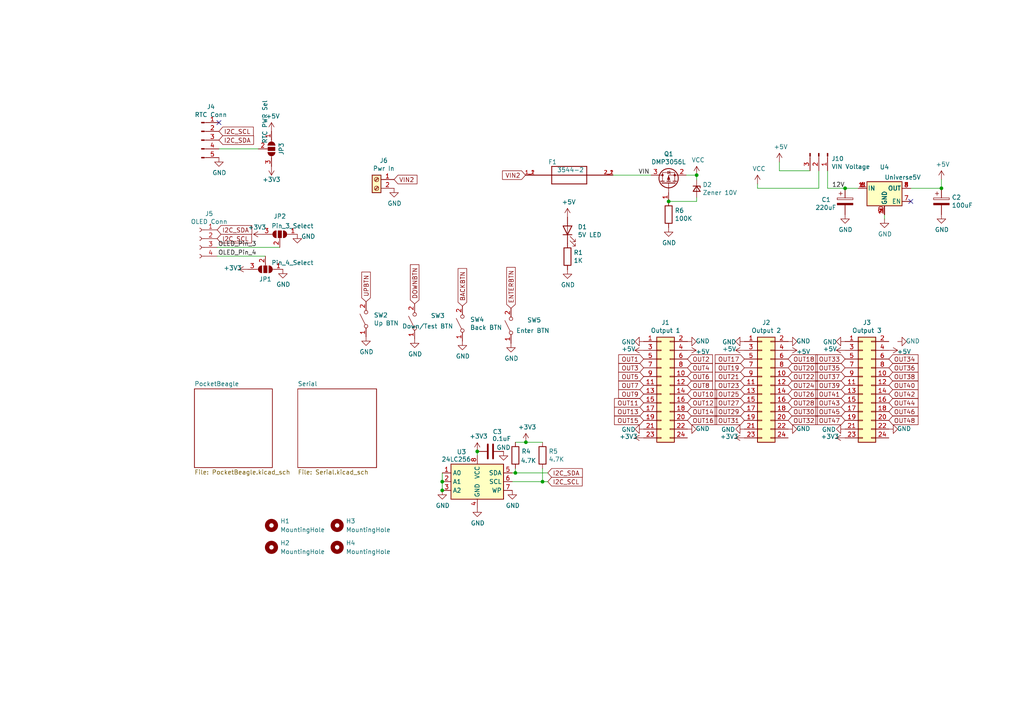
<source format=kicad_sch>
(kicad_sch (version 20211123) (generator eeschema)
  (paper "A4")
  (title_block (title "BBB 16 Expansion") (date "2022-03-11") (rev "v1") (company "Scott Hanson"))
  (lib_symbols
    (symbol "BBB_16-rescue:CP-Device" (pin_numbers hide) (pin_names (offset 0.254))
      (property "Reference" "C" (at 0.635 2.54 0))
      (property "Value" "CP-Device" (at 0.635 -2.54 0))
      (symbol "CP-Device_0_1"
        (rectangle (start -2.286 0.508) (end 2.286 1.016))
        (polyline (pts (xy -1.778 2.286) (xy -0.762 2.286)))
        (polyline (pts (xy -1.27 2.794) (xy -1.27 1.778)))
        (rectangle (start 2.286 -0.508) (end -2.286 -1.016) (fill (type outline)))
      )
      (symbol "CP-Device_1_1"
        (pin passive line (at 0 3.81 270) (length 2.794) (name "~") (number "1"))
        (pin passive line (at 0 -3.81 90) (length 2.794) (name "~") (number "2"))
      )
    )
    (symbol "Connector:Conn_01x03_Male" (pin_names (offset 1.016) hide)
      (property "Reference" "J" (at 0 5.08 0))
      (property "Value" "Conn_01x03_Male" (at 0 -5.08 0))
      (symbol "Conn_01x03_Male_1_1"
        (polyline (pts (xy 1.27 -2.54) (xy 0.8636 -2.54)) (stroke (width 0.1524)))
        (polyline (pts (xy 1.27 0) (xy 0.8636 0)) (stroke (width 0.1524)))
        (polyline (pts (xy 1.27 2.54) (xy 0.8636 2.54)) (stroke (width 0.1524)))
        (rectangle (start 0.8636 -2.413) (end 0 -2.667) (stroke (width 0.1524)) (fill (type outline)))
        (rectangle (start 0.8636 0.127) (end 0 -0.127) (stroke (width 0.1524)) (fill (type outline)))
        (rectangle (start 0.8636 2.667) (end 0 2.413) (stroke (width 0.1524)) (fill (type outline)))
        (pin passive line (at 5.08 2.54 180) (length 3.81) (name "Pin_1") (number "1"))
        (pin passive line (at 5.08 0 180) (length 3.81) (name "Pin_2") (number "2"))
        (pin passive line (at 5.08 -2.54 180) (length 3.81) (name "Pin_3") (number "3"))
      )
    )
    (symbol "Connector:Conn_01x04_Female" (pin_names (offset 1.016) hide)
      (property "Reference" "J" (at 0 5.08 0))
      (property "Value" "Conn_01x04_Female" (at 0 -7.62 0))
      (symbol "Conn_01x04_Female_1_1"
        (arc (start 0 -4.572) (mid -0.508 -5.08) (end 0 -5.588) (stroke (width 0.1524)))
        (arc (start 0 -2.032) (mid -0.508 -2.54) (end 0 -3.048) (stroke (width 0.1524)))
        (polyline (pts (xy -1.27 -5.08) (xy -0.508 -5.08)) (stroke (width 0.1524)))
        (polyline (pts (xy -1.27 -2.54) (xy -0.508 -2.54)) (stroke (width 0.1524)))
        (polyline (pts (xy -1.27 0) (xy -0.508 0)) (stroke (width 0.1524)))
        (polyline (pts (xy -1.27 2.54) (xy -0.508 2.54)) (stroke (width 0.1524)))
        (arc (start 0 0.508) (mid -0.508 0) (end 0 -0.508) (stroke (width 0.1524)))
        (arc (start 0 3.048) (mid -0.508 2.54) (end 0 2.032) (stroke (width 0.1524)))
        (pin passive line (at -5.08 2.54 0) (length 3.81) (name "Pin_1") (number "1"))
        (pin passive line (at -5.08 0 0) (length 3.81) (name "Pin_2") (number "2"))
        (pin passive line (at -5.08 -2.54 0) (length 3.81) (name "Pin_3") (number "3"))
        (pin passive line (at -5.08 -5.08 0) (length 3.81) (name "Pin_4") (number "4"))
      )
    )
    (symbol "Connector:Conn_01x05_Male" (pin_names (offset 1.016) hide)
      (property "Reference" "J" (at 0 7.62 0))
      (property "Value" "Conn_01x05_Male" (at 0 -7.62 0))
      (symbol "Conn_01x05_Male_1_1"
        (polyline (pts (xy 1.27 -5.08) (xy 0.8636 -5.08)) (stroke (width 0.1524)))
        (polyline (pts (xy 1.27 -2.54) (xy 0.8636 -2.54)) (stroke (width 0.1524)))
        (polyline (pts (xy 1.27 0) (xy 0.8636 0)) (stroke (width 0.1524)))
        (polyline (pts (xy 1.27 2.54) (xy 0.8636 2.54)) (stroke (width 0.1524)))
        (polyline (pts (xy 1.27 5.08) (xy 0.8636 5.08)) (stroke (width 0.1524)))
        (rectangle (start 0.8636 -4.953) (end 0 -5.207) (stroke (width 0.1524)) (fill (type outline)))
        (rectangle (start 0.8636 -2.413) (end 0 -2.667) (stroke (width 0.1524)) (fill (type outline)))
        (rectangle (start 0.8636 0.127) (end 0 -0.127) (stroke (width 0.1524)) (fill (type outline)))
        (rectangle (start 0.8636 2.667) (end 0 2.413) (stroke (width 0.1524)) (fill (type outline)))
        (rectangle (start 0.8636 5.207) (end 0 4.953) (stroke (width 0.1524)) (fill (type outline)))
        (pin passive line (at 5.08 5.08 180) (length 3.81) (name "Pin_1") (number "1"))
        (pin passive line (at 5.08 2.54 180) (length 3.81) (name "Pin_2") (number "2"))
        (pin passive line (at 5.08 0 180) (length 3.81) (name "Pin_3") (number "3"))
        (pin passive line (at 5.08 -2.54 180) (length 3.81) (name "Pin_4") (number "4"))
        (pin passive line (at 5.08 -5.08 180) (length 3.81) (name "Pin_5") (number "5"))
      )
    )
    (symbol "Connector:Screw_Terminal_01x02" (pin_names (offset 1.016) hide)
      (property "Reference" "J" (at 0 2.54 0))
      (property "Value" "Screw_Terminal_01x02" (at 0 -5.08 0))
      (symbol "Screw_Terminal_01x02_1_1"
        (rectangle (start -1.27 1.27) (end 1.27 -3.81) (stroke (width 0.254)) (fill (type background)))
        (circle (center 0 -2.54) (radius 0.635) (stroke (width 0.1524)))
        (polyline (pts (xy -0.5334 -2.2098) (xy 0.3302 -3.048)) (stroke (width 0.1524)))
        (polyline (pts (xy -0.5334 0.3302) (xy 0.3302 -0.508)) (stroke (width 0.1524)))
        (polyline (pts (xy -0.3556 -2.032) (xy 0.508 -2.8702)) (stroke (width 0.1524)))
        (polyline (pts (xy -0.3556 0.508) (xy 0.508 -0.3302)) (stroke (width 0.1524)))
        (circle (center 0 0) (radius 0.635) (stroke (width 0.1524)))
        (pin passive line (at -5.08 0 0) (length 3.81) (name "Pin_1") (number "1"))
        (pin passive line (at -5.08 -2.54 0) (length 3.81) (name "Pin_2") (number "2"))
      )
    )
    (symbol "Connector_Generic:Conn_02x12_Odd_Even" (pin_names (offset 1.016) hide)
      (property "Reference" "J" (at 1.27 15.24 0))
      (property "Value" "Conn_02x12_Odd_Even" (at 1.27 -17.78 0))
      (symbol "Conn_02x12_Odd_Even_1_1"
        (rectangle (start -1.27 -15.113) (end 0 -15.367) (stroke (width 0.1524)))
        (rectangle (start -1.27 -12.573) (end 0 -12.827) (stroke (width 0.1524)))
        (rectangle (start -1.27 -10.033) (end 0 -10.287) (stroke (width 0.1524)))
        (rectangle (start -1.27 -7.493) (end 0 -7.747) (stroke (width 0.1524)))
        (rectangle (start -1.27 -4.953) (end 0 -5.207) (stroke (width 0.1524)))
        (rectangle (start -1.27 -2.413) (end 0 -2.667) (stroke (width 0.1524)))
        (rectangle (start -1.27 0.127) (end 0 -0.127) (stroke (width 0.1524)))
        (rectangle (start -1.27 2.667) (end 0 2.413) (stroke (width 0.1524)))
        (rectangle (start -1.27 5.207) (end 0 4.953) (stroke (width 0.1524)))
        (rectangle (start -1.27 7.747) (end 0 7.493) (stroke (width 0.1524)))
        (rectangle (start -1.27 10.287) (end 0 10.033) (stroke (width 0.1524)))
        (rectangle (start -1.27 12.827) (end 0 12.573) (stroke (width 0.1524)))
        (rectangle (start -1.27 13.97) (end 3.81 -16.51) (stroke (width 0.254)) (fill (type background)))
        (rectangle (start 3.81 -15.113) (end 2.54 -15.367) (stroke (width 0.1524)))
        (rectangle (start 3.81 -12.573) (end 2.54 -12.827) (stroke (width 0.1524)))
        (rectangle (start 3.81 -10.033) (end 2.54 -10.287) (stroke (width 0.1524)))
        (rectangle (start 3.81 -7.493) (end 2.54 -7.747) (stroke (width 0.1524)))
        (rectangle (start 3.81 -4.953) (end 2.54 -5.207) (stroke (width 0.1524)))
        (rectangle (start 3.81 -2.413) (end 2.54 -2.667) (stroke (width 0.1524)))
        (rectangle (start 3.81 0.127) (end 2.54 -0.127) (stroke (width 0.1524)))
        (rectangle (start 3.81 2.667) (end 2.54 2.413) (stroke (width 0.1524)))
        (rectangle (start 3.81 5.207) (end 2.54 4.953) (stroke (width 0.1524)))
        (rectangle (start 3.81 7.747) (end 2.54 7.493) (stroke (width 0.1524)))
        (rectangle (start 3.81 10.287) (end 2.54 10.033) (stroke (width 0.1524)))
        (rectangle (start 3.81 12.827) (end 2.54 12.573) (stroke (width 0.1524)))
        (pin passive line (at -5.08 12.7 0) (length 3.81) (name "Pin_1") (number "1"))
        (pin passive line (at 7.62 2.54 180) (length 3.81) (name "Pin_10") (number "10"))
        (pin passive line (at -5.08 0 0) (length 3.81) (name "Pin_11") (number "11"))
        (pin passive line (at 7.62 0 180) (length 3.81) (name "Pin_12") (number "12"))
        (pin passive line (at -5.08 -2.54 0) (length 3.81) (name "Pin_13") (number "13"))
        (pin passive line (at 7.62 -2.54 180) (length 3.81) (name "Pin_14") (number "14"))
        (pin passive line (at -5.08 -5.08 0) (length 3.81) (name "Pin_15") (number "15"))
        (pin passive line (at 7.62 -5.08 180) (length 3.81) (name "Pin_16") (number "16"))
        (pin passive line (at -5.08 -7.62 0) (length 3.81) (name "Pin_17") (number "17"))
        (pin passive line (at 7.62 -7.62 180) (length 3.81) (name "Pin_18") (number "18"))
        (pin passive line (at -5.08 -10.16 0) (length 3.81) (name "Pin_19") (number "19"))
        (pin passive line (at 7.62 12.7 180) (length 3.81) (name "Pin_2") (number "2"))
        (pin passive line (at 7.62 -10.16 180) (length 3.81) (name "Pin_20") (number "20"))
        (pin passive line (at -5.08 -12.7 0) (length 3.81) (name "Pin_21") (number "21"))
        (pin passive line (at 7.62 -12.7 180) (length 3.81) (name "Pin_22") (number "22"))
        (pin passive line (at -5.08 -15.24 0) (length 3.81) (name "Pin_23") (number "23"))
        (pin passive line (at 7.62 -15.24 180) (length 3.81) (name "Pin_24") (number "24"))
        (pin passive line (at -5.08 10.16 0) (length 3.81) (name "Pin_3") (number "3"))
        (pin passive line (at 7.62 10.16 180) (length 3.81) (name "Pin_4") (number "4"))
        (pin passive line (at -5.08 7.62 0) (length 3.81) (name "Pin_5") (number "5"))
        (pin passive line (at 7.62 7.62 180) (length 3.81) (name "Pin_6") (number "6"))
        (pin passive line (at -5.08 5.08 0) (length 3.81) (name "Pin_7") (number "7"))
        (pin passive line (at 7.62 5.08 180) (length 3.81) (name "Pin_8") (number "8"))
        (pin passive line (at -5.08 2.54 0) (length 3.81) (name "Pin_9") (number "9"))
      )
    )
    (symbol "Device:C" (pin_numbers hide) (pin_names (offset 0.254))
      (property "Reference" "C" (at 0.635 2.54 0))
      (property "Value" "C" (at 0.635 -2.54 0))
      (symbol "C_0_1"
        (polyline (pts (xy -2.032 -0.762) (xy 2.032 -0.762)) (stroke (width 0.508)))
        (polyline (pts (xy -2.032 0.762) (xy 2.032 0.762)) (stroke (width 0.508)))
      )
      (symbol "C_1_1"
        (pin passive line (at 0 3.81 270) (length 2.794) (name "~") (number "1"))
        (pin passive line (at 0 -3.81 90) (length 2.794) (name "~") (number "2"))
      )
    )
    (symbol "Device:D_Zener_Small" (pin_numbers hide) (pin_names (offset 0.254) hide)
      (property "Reference" "D" (at 0 2.286 0))
      (property "Value" "D_Zener_Small" (at 0 -2.286 0))
      (symbol "D_Zener_Small_0_1"
        (polyline (pts (xy 0.762 0) (xy -0.762 0)))
        (polyline (pts (xy -0.254 1.016) (xy -0.762 1.016) (xy -0.762 -1.016)) (stroke (width 0.254)))
        (polyline (pts (xy 0.762 1.016) (xy -0.762 0) (xy 0.762 -1.016) (xy 0.762 1.016)) (stroke (width 0.254)))
      )
      (symbol "D_Zener_Small_1_1"
        (pin passive line (at -2.54 0 0) (length 1.778) (name "K") (number "1"))
        (pin passive line (at 2.54 0 180) (length 1.778) (name "A") (number "2"))
      )
    )
    (symbol "Device:LED" (pin_numbers hide) (pin_names (offset 1.016) hide)
      (property "Reference" "D" (at 0 2.54 0))
      (property "Value" "LED" (at 0 -2.54 0))
      (symbol "LED_0_1"
        (polyline (pts (xy -1.27 -1.27) (xy -1.27 1.27)) (stroke (width 0.254)))
        (polyline (pts (xy -1.27 0) (xy 1.27 0)))
        (polyline (pts (xy 1.27 -1.27) (xy 1.27 1.27) (xy -1.27 0) (xy 1.27 -1.27)) (stroke (width 0.254)))
        (polyline (pts (xy -3.048 -0.762) (xy -4.572 -2.286) (xy -3.81 -2.286) (xy -4.572 -2.286) (xy -4.572 -1.524)))
        (polyline (pts (xy -1.778 -0.762) (xy -3.302 -2.286) (xy -2.54 -2.286) (xy -3.302 -2.286) (xy -3.302 -1.524)))
      )
      (symbol "LED_1_1"
        (pin passive line (at -3.81 0 0) (length 2.54) (name "K") (number "1"))
        (pin passive line (at 3.81 0 180) (length 2.54) (name "A") (number "2"))
      )
    )
    (symbol "Device:Q_PMOS_GSD" (pin_names (offset 0) hide)
      (property "Reference" "Q" (at 5.08 1.27 0))
      (property "Value" "Q_PMOS_GSD" (at 5.08 -1.27 0))
      (symbol "Q_PMOS_GSD_0_1"
        (polyline (pts (xy 0.254 0) (xy -2.54 0)))
        (polyline (pts (xy 0.254 1.905) (xy 0.254 -1.905)) (stroke (width 0.254)))
        (polyline (pts (xy 0.762 -1.27) (xy 0.762 -2.286)) (stroke (width 0.254)))
        (polyline (pts (xy 0.762 0.508) (xy 0.762 -0.508)) (stroke (width 0.254)))
        (polyline (pts (xy 0.762 2.286) (xy 0.762 1.27)) (stroke (width 0.254)))
        (polyline (pts (xy 2.54 2.54) (xy 2.54 1.778)))
        (polyline (pts (xy 2.54 -2.54) (xy 2.54 0) (xy 0.762 0)))
        (polyline (pts (xy 0.762 1.778) (xy 3.302 1.778) (xy 3.302 -1.778) (xy 0.762 -1.778)))
        (polyline (pts (xy 2.286 0) (xy 1.27 0.381) (xy 1.27 -0.381) (xy 2.286 0)) (fill (type outline)))
        (polyline (pts (xy 2.794 -0.508) (xy 2.921 -0.381) (xy 3.683 -0.381) (xy 3.81 -0.254)))
        (polyline (pts (xy 3.302 -0.381) (xy 2.921 0.254) (xy 3.683 0.254) (xy 3.302 -0.381)))
        (circle (center 1.651 0) (radius 2.794) (stroke (width 0.254)))
        (circle (center 2.54 -1.778) (radius 0.254) (fill (type outline)))
        (circle (center 2.54 1.778) (radius 0.254) (fill (type outline)))
      )
      (symbol "Q_PMOS_GSD_1_1"
        (pin input line (at -5.08 0 0) (length 2.54) (name "G") (number "1"))
        (pin passive line (at 2.54 -5.08 90) (length 2.54) (name "S") (number "2"))
        (pin passive line (at 2.54 5.08 270) (length 2.54) (name "D") (number "3"))
      )
    )
    (symbol "Device:R" (pin_numbers hide) (pin_names (offset 0))
      (property "Reference" "R" (at 2.032 0 90))
      (property "Value" "R" (at 0 0 90))
      (symbol "R_0_1"
        (rectangle (start -1.016 -2.54) (end 1.016 2.54) (stroke (width 0.254)))
      )
      (symbol "R_1_1"
        (pin passive line (at 0 3.81 270) (length 1.27) (name "~") (number "1"))
        (pin passive line (at 0 -3.81 90) (length 1.27) (name "~") (number "2"))
      )
    )
    (symbol "Jumper:SolderJumper_3_Open" (pin_names (offset 0) hide)
      (property "Reference" "JP" (at -2.54 -2.54 0))
      (property "Value" "SolderJumper_3_Open" (at 0 2.794 0))
      (symbol "SolderJumper_3_Open_0_1"
        (arc (start -1.016 1.016) (mid -2.032 0) (end -1.016 -1.016))
        (arc (start -1.016 1.016) (mid -2.032 0) (end -1.016 -1.016) (fill (type outline)))
        (rectangle (start -0.508 1.016) (end 0.508 -1.016) (fill (type outline)))
        (polyline (pts (xy -2.54 0) (xy -2.032 0)))
        (polyline (pts (xy -1.016 1.016) (xy -1.016 -1.016)))
        (polyline (pts (xy 0 -1.27) (xy 0 -1.016)))
        (polyline (pts (xy 1.016 1.016) (xy 1.016 -1.016)))
        (polyline (pts (xy 2.54 0) (xy 2.032 0)))
        (arc (start 1.016 -1.016) (mid 2.032 0) (end 1.016 1.016))
        (arc (start 1.016 -1.016) (mid 2.032 0) (end 1.016 1.016) (fill (type outline)))
      )
      (symbol "SolderJumper_3_Open_1_1"
        (pin passive line (at -5.08 0 0) (length 2.54) (name "A") (number "1"))
        (pin passive line (at 0 -3.81 90) (length 2.54) (name "C") (number "2"))
        (pin passive line (at 5.08 0 180) (length 2.54) (name "B") (number "3"))
      )
    )
    (symbol "Mechanical:MountingHole" (pin_names (offset 1.016))
      (property "Reference" "H" (at 0 5.08 0))
      (property "Value" "MountingHole" (at 0 3.175 0))
      (symbol "MountingHole_0_1"
        (circle (center 0 0) (radius 1.27) (stroke (width 1.27)))
      )
    )
    (symbol "Memory_EEPROM:24LC256"
      (property "Reference" "U" (at -6.35 6.35 0))
      (property "Value" "24LC256" (at 1.27 6.35 0))
      (symbol "24LC256_1_1"
        (rectangle (start -7.62 5.08) (end 7.62 -5.08) (stroke (width 0.254)) (fill (type background)))
        (pin input line (at -10.16 2.54 0) (length 2.54) (name "A0") (number "1"))
        (pin input line (at -10.16 0 0) (length 2.54) (name "A1") (number "2"))
        (pin input line (at -10.16 -2.54 0) (length 2.54) (name "A2") (number "3"))
        (pin power_in line (at 0 -7.62 90) (length 2.54) (name "GND") (number "4"))
        (pin bidirectional line (at 10.16 2.54 180) (length 2.54) (name "SDA") (number "5"))
        (pin input line (at 10.16 0 180) (length 2.54) (name "SCL") (number "6"))
        (pin input line (at 10.16 -2.54 180) (length 2.54) (name "WP") (number "7"))
        (pin power_in line (at 0 7.62 270) (length 2.54) (name "VCC") (number "8"))
      )
    )
    (symbol "PB_16-rescue:3544-2-Keystone_Fuse" (pin_names (offset 1.016) hide)
      (property "Reference" "F" (at -5.08 3.302 0))
      (property "Value" "3544-2-Keystone_Fuse" (at -5.08 -5.08 0))
      (symbol "3544-2-Keystone_Fuse_0_0"
        (polyline (pts (xy -12.7 0) (xy 12.7 0)) (stroke (width 0.254)))
        (polyline (pts (xy -5.08 -2.54) (xy -5.08 2.54)) (stroke (width 0.254)))
        (polyline (pts (xy -5.08 2.54) (xy 5.08 2.54)) (stroke (width 0.254)))
        (polyline (pts (xy 5.08 -2.54) (xy -5.08 -2.54)) (stroke (width 0.254)))
        (polyline (pts (xy 5.08 2.54) (xy 5.08 -2.54)) (stroke (width 0.254)))
        (pin passive line (at -12.7 0 0) (length 2.54) (name "1") (number "1_1"))
        (pin passive line (at -12.7 0 0) (length 2.54) (name "1") (number "1_2"))
        (pin passive line (at 12.7 0 180) (length 2.54) (name "2") (number "2_1"))
        (pin passive line (at 12.7 0 180) (length 2.54) (name "2") (number "2_2"))
      )
    )
    (symbol "Scotts:Universe5V" (pin_names (offset 0.254))
      (property "Reference" "U" (at -3.81 3.175 0))
      (property "Value" "Universe5V" (at 0 3.175 0))
      (symbol "Universe5V_0_0"
        (pin power_in line (at 0 -7.62 90) (length 2.54) (name "GND") (number "10"))
        (pin power_in line (at -7.62 0 0) (length 2.54) (name "IN") (number "11"))
        (pin power_out line (at 7.62 0 180) (length 2.54) (name "OUT") (number "4"))
        (pin power_in line (at 0 -7.62 90) (length 2.54) (name "GND") (number "5"))
        (pin power_in line (at -7.62 0 0) (length 2.54) (name "IN") (number "6"))
        (pin output line (at 7.62 -3.81 180) (length 2.54) (name "EN") (number "7"))
        (pin power_out line (at 7.62 0 180) (length 2.54) (name "OUT") (number "8"))
        (pin power_in line (at 0 -7.62 90) (length 2.54) (name "GND") (number "9"))
      )
      (symbol "Universe5V_0_1"
        (rectangle (start -5.08 1.905) (end 5.08 -5.08) (stroke (width 0.254)) (fill (type background)))
      )
      (symbol "Universe5V_1_1"
        (pin power_in line (at -7.62 0 0) (length 2.54) (name "IN") (number "1"))
        (pin power_in line (at 0 -7.62 90) (length 2.54) (name "GND") (number "2"))
        (pin power_out line (at 7.62 0 180) (length 2.54) (name "OUT") (number "3"))
      )
    )
    (symbol "Switch:SW_SPST" (pin_names (offset 0) hide)
      (property "Reference" "SW" (at 0 3.175 0))
      (property "Value" "SW_SPST" (at 0 -2.54 0))
      (symbol "SW_SPST_0_0"
        (circle (center -2.032 0) (radius 0.508))
        (polyline (pts (xy -1.524 0.254) (xy 1.524 1.778)))
        (circle (center 2.032 0) (radius 0.508))
      )
      (symbol "SW_SPST_1_1"
        (pin passive line (at -5.08 0 0) (length 2.54) (name "A") (number "1"))
        (pin passive line (at 5.08 0 180) (length 2.54) (name "B") (number "2"))
      )
    )
    (symbol "power:+3.3V" (power) (pin_names (offset 0))
      (property "Value" "+3.3V" (at 0 3.556 0))
      (symbol "+3.3V_0_1"
        (polyline (pts (xy -0.762 1.27) (xy 0 2.54)))
        (polyline (pts (xy 0 0) (xy 0 2.54)))
        (polyline (pts (xy 0 2.54) (xy 0.762 1.27)))
      )
      (symbol "+3.3V_1_1"
        (pin power_in line (at 0 0 90) (length 0) hide (name "+3V3") (number "1"))
      )
    )
    (symbol "power:+5V" (power) (pin_names (offset 0))
      (property "Value" "+5V" (at 0 3.556 0))
      (symbol "+5V_0_1"
        (polyline (pts (xy -0.762 1.27) (xy 0 2.54)))
        (polyline (pts (xy 0 0) (xy 0 2.54)))
        (polyline (pts (xy 0 2.54) (xy 0.762 1.27)))
      )
      (symbol "+5V_1_1"
        (pin power_in line (at 0 0 90) (length 0) hide (name "+5V") (number "1"))
      )
    )
    (symbol "power:GND" (power) (pin_names (offset 0))
      (property "Value" "GND" (at 0 -3.81 0))
      (symbol "GND_0_1"
        (polyline (pts (xy 0 0) (xy 0 -1.27) (xy 1.27 -1.27) (xy 0 -2.54) (xy -1.27 -1.27) (xy 0 -1.27)))
      )
      (symbol "GND_1_1"
        (pin power_in line (at 0 0 270) (length 0) hide (name "GND") (number "1"))
      )
    )
    (symbol "power:VCC" (power) (pin_names (offset 0))
      (property "Value" "VCC" (at 0 3.81 0))
      (symbol "VCC_0_1"
        (polyline (pts (xy -0.762 1.27) (xy 0 2.54)))
        (polyline (pts (xy 0 0) (xy 0 2.54)))
        (polyline (pts (xy 0 2.54) (xy 0.762 1.27)))
      )
      (symbol "VCC_1_1"
        (pin power_in line (at 0 0 90) (length 0) hide (name "VCC") (number "1"))
      )
    )
  )
  (junction (at 128.27 142.24))
  (junction (at 138.43 130.937))
  (junction (at 193.929 58.42))
  (junction (at 152.527 128.27))
  (junction (at 245.11 54.61))
  (junction (at 273.05 54.61))
  (junction (at 128.27 139.7))
  (junction (at 157.353 139.7))
  (junction (at 149.479 137.16))
  (junction (at 202.057 50.8))
  (no_connect (at 264.16 58.42))
  (no_connect (at 63.5 35.56))
  (wire (pts (xy 63.5 43.18) (xy 74.93 43.18)))
  (wire (pts (xy 240.03 54.61) (xy 240.03 49.53)))
  (wire (pts (xy 226.06 49.53) (xy 226.06 46.99)))
  (wire (pts (xy 273.05 54.61) (xy 273.05 52.07)))
  (wire (pts (xy 148.59 139.7) (xy 157.353 139.7)))
  (wire (pts (xy 202.057 57.277) (xy 202.057 58.42)))
  (wire (pts (xy 199.009 50.8) (xy 202.057 50.8)))
  (wire (pts (xy 128.27 139.7) (xy 128.27 142.24)))
  (wire (pts (xy 202.057 50.8) (xy 202.057 52.197)))
  (wire (pts (xy 219.71 54.61) (xy 219.71 53.34)))
  (wire (pts (xy 149.479 128.27) (xy 152.527 128.27)))
  (wire (pts (xy 248.92 54.61) (xy 245.11 54.61)))
  (wire (pts (xy 148.59 137.16) (xy 149.479 137.16)))
  (wire (pts (xy 152.527 128.27) (xy 157.353 128.27)))
  (wire (pts (xy 234.95 49.53) (xy 226.06 49.53)))
  (wire (pts (xy 62.992 71.755) (xy 81.153 71.755)))
  (wire (pts (xy 149.479 137.16) (xy 158.877 137.16)))
  (wire (pts (xy 264.16 54.61) (xy 273.05 54.61)))
  (wire (pts (xy 138.43 132.08) (xy 138.43 130.937)))
  (wire (pts (xy 202.057 58.42) (xy 193.929 58.42)))
  (wire (pts (xy 237.49 54.61) (xy 219.71 54.61)))
  (wire (pts (xy 237.49 49.53) (xy 237.49 54.61)))
  (wire (pts (xy 256.54 62.23) (xy 256.54 63.5)))
  (wire (pts (xy 62.992 74.295) (xy 76.962 74.295)))
  (wire (pts (xy 177.8 50.8) (xy 188.849 50.8)))
  (wire (pts (xy 245.11 54.61) (xy 240.03 54.61)))
  (wire (pts (xy 149.479 135.89) (xy 149.479 137.16)))
  (wire (pts (xy 157.353 135.89) (xy 157.353 139.7)))
  (wire (pts (xy 128.27 137.16) (xy 128.27 139.7)))
  (wire (pts (xy 157.353 139.7) (xy 158.877 139.7)))
  (label "12V" (at 241.3 54.61 0))
  (label "OLED_Pin_4" (at 63.246 74.295 0))
  (label "OLED_Pin_3" (at 63.246 71.755 0))
  (label "VIN" (at 185.166 50.8 0))
  (global_label "I2C_SCL" (shape input) (at 158.877 139.7 0) (property "Intersheet References" "${INTERSHEET_REFS}" (effects hide)))
  (global_label "OUT5" (shape input) (at 186.69 109.22 180) (property "Intersheet References" "${INTERSHEET_REFS}" (effects hide)))
  (global_label "OUT46" (shape input) (at 257.81 119.38 0) (property "Intersheet References" "${INTERSHEET_REFS}" (effects hide)))
  (global_label "OUT10" (shape input) (at 199.39 114.3 0) (property "Intersheet References" "${INTERSHEET_REFS}" (effects hide)))
  (global_label "OUT16" (shape input) (at 199.39 121.92 0) (property "Intersheet References" "${INTERSHEET_REFS}" (effects hide)))
  (global_label "OUT7" (shape input) (at 186.69 111.76 180) (property "Intersheet References" "${INTERSHEET_REFS}" (effects hide)))
  (global_label "OUT28" (shape input) (at 228.6 116.84 0) (property "Intersheet References" "${INTERSHEET_REFS}" (effects hide)))
  (global_label "I2C_SDA" (shape input) (at 63.5 40.64 0) (property "Intersheet References" "${INTERSHEET_REFS}" (effects hide)))
  (global_label "OUT21" (shape input) (at 215.9 109.22 180) (property "Intersheet References" "${INTERSHEET_REFS}" (effects hide)))
  (global_label "OUT23" (shape input) (at 215.9 111.76 180) (property "Intersheet References" "${INTERSHEET_REFS}" (effects hide)))
  (global_label "OUT22" (shape input) (at 228.6 109.22 0) (property "Intersheet References" "${INTERSHEET_REFS}" (effects hide)))
  (global_label "OUT11" (shape input) (at 186.69 116.84 180) (property "Intersheet References" "${INTERSHEET_REFS}" (effects hide)))
  (global_label "OUT47" (shape input) (at 245.11 121.92 180) (property "Intersheet References" "${INTERSHEET_REFS}" (effects hide)))
  (global_label "OUT27" (shape input) (at 215.9 116.84 180) (property "Intersheet References" "${INTERSHEET_REFS}" (effects hide)))
  (global_label "OUT31" (shape input) (at 215.9 121.92 180) (property "Intersheet References" "${INTERSHEET_REFS}" (effects hide)))
  (global_label "OUT37" (shape input) (at 245.11 109.22 180) (property "Intersheet References" "${INTERSHEET_REFS}" (effects hide)))
  (global_label "OUT38" (shape input) (at 257.81 109.22 0) (property "Intersheet References" "${INTERSHEET_REFS}" (effects hide)))
  (global_label "OUT34" (shape input) (at 257.81 104.14 0) (property "Intersheet References" "${INTERSHEET_REFS}" (effects hide)))
  (global_label "OUT17" (shape input) (at 215.9 104.14 180) (property "Intersheet References" "${INTERSHEET_REFS}" (effects hide)))
  (global_label "OUT2" (shape input) (at 199.39 104.14 0) (property "Intersheet References" "${INTERSHEET_REFS}" (effects hide)))
  (global_label "OUT19" (shape input) (at 215.9 106.68 180) (property "Intersheet References" "${INTERSHEET_REFS}" (effects hide)))
  (global_label "OUT3" (shape input) (at 186.69 106.68 180) (property "Intersheet References" "${INTERSHEET_REFS}" (effects hide)))
  (global_label "OUT41" (shape input) (at 245.11 114.3 180) (property "Intersheet References" "${INTERSHEET_REFS}" (effects hide)))
  (global_label "OUT44" (shape input) (at 257.81 116.84 0) (property "Intersheet References" "${INTERSHEET_REFS}" (effects hide)))
  (global_label "OUT43" (shape input) (at 245.11 116.84 180) (property "Intersheet References" "${INTERSHEET_REFS}" (effects hide)))
  (global_label "OUT30" (shape input) (at 228.6 119.38 0) (property "Intersheet References" "${INTERSHEET_REFS}" (effects hide)))
  (global_label "OUT13" (shape input) (at 186.69 119.38 180) (property "Intersheet References" "${INTERSHEET_REFS}" (effects hide)))
  (global_label "VIN2" (shape input) (at 152.4 50.8 180) (property "Intersheet References" "${INTERSHEET_REFS}" (effects hide)))
  (global_label "ENTERBTN" (shape input) (at 148.209 89.408 90) (property "Intersheet References" "${INTERSHEET_REFS}" (effects hide)))
  (global_label "OUT32" (shape input) (at 228.6 121.92 0) (property "Intersheet References" "${INTERSHEET_REFS}" (effects hide)))
  (global_label "I2C_SCL" (shape input) (at 63.5 38.1 0) (property "Intersheet References" "${INTERSHEET_REFS}" (effects hide)))
  (global_label "OUT45" (shape input) (at 245.11 119.38 180) (property "Intersheet References" "${INTERSHEET_REFS}" (effects hide)))
  (global_label "OUT35" (shape input) (at 245.11 106.68 180) (property "Intersheet References" "${INTERSHEET_REFS}" (effects hide)))
  (global_label "OUT15" (shape input) (at 186.69 121.92 180) (property "Intersheet References" "${INTERSHEET_REFS}" (effects hide)))
  (global_label "I2C_SDA" (shape input) (at 158.877 137.16 0) (property "Intersheet References" "${INTERSHEET_REFS}" (effects hide)))
  (global_label "OUT39" (shape input) (at 245.11 111.76 180) (property "Intersheet References" "${INTERSHEET_REFS}" (effects hide)))
  (global_label "OUT42" (shape input) (at 257.81 114.3 0) (property "Intersheet References" "${INTERSHEET_REFS}" (effects hide)))
  (global_label "OUT6" (shape input) (at 199.39 109.22 0) (property "Intersheet References" "${INTERSHEET_REFS}" (effects hide)))
  (global_label "OUT29" (shape input) (at 215.9 119.38 180) (property "Intersheet References" "${INTERSHEET_REFS}" (effects hide)))
  (global_label "OUT48" (shape input) (at 257.81 121.92 0) (property "Intersheet References" "${INTERSHEET_REFS}" (effects hide)))
  (global_label "OUT25" (shape input) (at 215.9 114.3 180) (property "Intersheet References" "${INTERSHEET_REFS}" (effects hide)))
  (global_label "OUT14" (shape input) (at 199.39 119.38 0) (property "Intersheet References" "${INTERSHEET_REFS}" (effects hide)))
  (global_label "I2C_SCL" (shape input) (at 62.992 69.215 0) (property "Intersheet References" "${INTERSHEET_REFS}" (effects hide)))
  (global_label "OUT36" (shape input) (at 257.81 106.68 0) (property "Intersheet References" "${INTERSHEET_REFS}" (effects hide)))
  (global_label "OUT20" (shape input) (at 228.6 106.68 0) (property "Intersheet References" "${INTERSHEET_REFS}" (effects hide)))
  (global_label "OUT26" (shape input) (at 228.6 114.3 0) (property "Intersheet References" "${INTERSHEET_REFS}" (effects hide)))
  (global_label "OUT8" (shape input) (at 199.39 111.76 0) (property "Intersheet References" "${INTERSHEET_REFS}" (effects hide)))
  (global_label "OUT1" (shape input) (at 186.69 104.14 180) (property "Intersheet References" "${INTERSHEET_REFS}" (effects hide)))
  (global_label "OUT9" (shape input) (at 186.69 114.3 180) (property "Intersheet References" "${INTERSHEET_REFS}" (effects hide)))
  (global_label "OUT18" (shape input) (at 228.6 104.14 0) (property "Intersheet References" "${INTERSHEET_REFS}" (effects hide)))
  (global_label "I2C_SDA" (shape input) (at 62.992 66.675 0) (property "Intersheet References" "${INTERSHEET_REFS}" (effects hide)))
  (global_label "OUT33" (shape input) (at 245.11 104.14 180) (property "Intersheet References" "${INTERSHEET_REFS}" (effects hide)))
  (global_label "OUT40" (shape input) (at 257.81 111.76 0) (property "Intersheet References" "${INTERSHEET_REFS}" (effects hide)))
  (global_label "VIN2" (shape input) (at 114.3 52.07 0) (property "Intersheet References" "${INTERSHEET_REFS}" (effects hide)))
  (global_label "OUT4" (shape input) (at 199.39 106.68 0) (property "Intersheet References" "${INTERSHEET_REFS}" (effects hide)))
  (global_label "OUT24" (shape input) (at 228.6 111.76 0) (property "Intersheet References" "${INTERSHEET_REFS}" (effects hide)))
  (global_label "DOWNBTN" (shape input) (at 120.269 88.138 90) (property "Intersheet References" "${INTERSHEET_REFS}" (effects hide)))
  (global_label "BACKBTN" (shape input) (at 134.112 88.773 90) (property "Intersheet References" "${INTERSHEET_REFS}" (effects hide)))
  (global_label "UPBTN" (shape input) (at 106.172 87.503 90) (property "Intersheet References" "${INTERSHEET_REFS}" (effects hide)))
  (global_label "OUT12" (shape input) (at 199.39 116.84 0) (property "Intersheet References" "${INTERSHEET_REFS}" (effects hide)))
  (symbol (lib_id "Connector:Conn_01x05_Male") (at 58.42 40.64 0) (unit 1)
    (property "Reference" "J4" (at 61.1632 30.9626 0))
    (property "Value" "RTC Conn" (at 61.1632 33.274 0))
    (property "Footprint" "Connector_PinHeader_2.54mm:PinHeader_1x05_P2.54mm_Vertical" (effects hide))
    (property "Digi-Key_PN" "732-5318-ND" (effects hide))
    (property "MPN" "MTP125-1105S1" (effects hide))
    (property "LCSC" "C358687" (effects hide))
  )
  (symbol (lib_id "power:GND") (at 63.5 45.72 0) (unit 1)
    (property "Reference" "#PWR05" (effects hide))
    (property "Value" "GND" (at 63.627 50.1142 0))
  )
  (symbol (lib_id "Connector:Conn_01x04_Female") (at 57.912 69.215 0) (mirror y) (unit 1)
    (property "Reference" "J5" (at 60.6552 61.976 0))
    (property "Value" "OLED Conn" (at 60.6552 64.2874 0))
    (property "Footprint" "OLED-SSD1306-128X64-I2C:OLED-SSD1306-128X64-I2C-THT" (effects hide))
    (property "Digi-Key_PN" "S7002-ND" (effects hide))
    (property "MPN" "A2541HWV-4P" (effects hide))
    (property "LCSC" "C225501" (effects hide))
  )
  (symbol (lib_id "power:GND") (at 82.042 78.105 0) (unit 1)
    (property "Reference" "#PWR011" (effects hide))
    (property "Value" "GND" (at 82.169 82.4992 0))
  )
  (symbol (lib_id "Device:R") (at 164.592 74.422 180) (unit 1)
    (property "Reference" "R1" (at 166.37 73.2536 0) (effects (justify right)))
    (property "Value" "1K" (at 166.37 75.565 0) (effects (justify right)))
    (property "Footprint" "Resistor_SMD:R_0603_1608Metric_Pad0.98x0.95mm_HandSolder" (effects hide))
    (property "Digi-Key_PN" "311-1.00KCRCT-ND" (effects hide))
    (property "MPN" "RC0805FR-071KL" (effects hide))
    (property "LCSC" "C17513" (effects hide))
  )
  (symbol (lib_id "Device:LED") (at 164.592 66.802 90) (unit 1)
    (property "Reference" "D1" (at 167.5638 65.8114 90) (effects (justify right)))
    (property "Value" "5V LED" (at 167.5638 68.1228 90) (effects (justify right)))
    (property "Footprint" "LED_SMD:LED_0603_1608Metric_Pad1.05x0.95mm_HandSolder" (effects hide))
    (property "Digi-Key_PN" "160-1423-1-ND" (effects hide))
    (property "MPN" "LTST-C171GKT" (effects hide))
    (property "LCSC" "C2297" (effects hide))
  )
  (symbol (lib_id "power:+5V") (at 164.592 62.992 0) (unit 1)
    (property "Reference" "#PWR030" (effects hide))
    (property "Value" "+5V" (at 164.973 58.5978 0))
  )
  (symbol (lib_id "power:GND") (at 164.592 78.232 0) (unit 1)
    (property "Reference" "#PWR031" (effects hide))
    (property "Value" "GND" (at 164.719 82.6262 0))
  )
  (symbol (lib_id "Memory_EEPROM:24LC256") (at 138.43 139.7 0) (unit 1)
    (property "Reference" "U3" (at 133.858 131.064 0))
    (property "Value" "24LC256" (at 132.334 133.223 0))
    (property "Footprint" "Package_SO:SOIC-8_3.9x4.9mm_P1.27mm" (effects hide))
    (property "Datasheet" "http://ww1.microchip.com/downloads/en/devicedoc/21203m.pdf" (effects hide))
    (property "Digi-Key_PN" "24LC256T-I/SNCT-ND" (effects hide))
    (property "MPN" "24LC256T-I/SN" (effects hide))
    (property "LCSC" "C6482" (effects hide))
  )
  (symbol (lib_id "Device:C") (at 142.24 130.937 270) (unit 1)
    (property "Reference" "C3" (at 142.875 125.222 90) (effects (justify left)))
    (property "Value" "0.1uF" (at 142.748 127.254 90) (effects (justify left)))
    (property "Footprint" "Capacitor_SMD:C_0603_1608Metric_Pad1.08x0.95mm_HandSolder" (effects hide))
    (property "Digi-Key_PN" "1276-1007-1-ND" (effects hide))
    (property "MPN" "CC0603KRX7R9BB104" (effects hide))
    (property "LCSC" "C14663" (effects hide))
  )
  (symbol (lib_id "power:GND") (at 146.05 130.937 0) (unit 1)
    (property "Reference" "#PWR026" (effects hide))
    (property "Value" "GND" (at 146.05 129.794 0))
  )
  (symbol (lib_id "power:GND") (at 138.43 147.32 0) (unit 1)
    (property "Reference" "#PWR025" (effects hide))
    (property "Value" "GND" (at 138.557 151.7142 0))
  )
  (symbol (lib_id "power:GND") (at 128.27 142.24 0) (unit 1)
    (property "Reference" "#PWR021" (effects hide))
    (property "Value" "GND" (at 128.397 146.6342 0))
  )
  (symbol (lib_id "power:GND") (at 148.59 142.24 0) (unit 1)
    (property "Reference" "#PWR029" (effects hide))
    (property "Value" "GND" (at 148.717 146.6342 0))
  )
  (symbol (lib_id "Device:R") (at 149.479 132.08 0) (unit 1)
    (property "Reference" "R4" (at 151.257 130.9116 0) (effects (justify left)))
    (property "Value" "4.7K" (at 151.003 133.604 0) (effects (justify left)))
    (property "Footprint" "Resistor_SMD:R_0603_1608Metric_Pad0.98x0.95mm_HandSolder" (effects hide))
    (property "Digi-Key_PN" "311-4.7KARCT-ND" (effects hide))
    (property "MPN" "RC0805JR-074K7L" (effects hide))
    (property "LCSC" "C17673" (effects hide))
  )
  (symbol (lib_id "Device:R") (at 157.353 132.08 0) (unit 1)
    (property "Reference" "R5" (at 159.131 130.9116 0) (effects (justify left)))
    (property "Value" "4.7K" (at 159.131 133.223 0) (effects (justify left)))
    (property "Footprint" "Resistor_SMD:R_0603_1608Metric_Pad0.98x0.95mm_HandSolder" (effects hide))
    (property "Digi-Key_PN" "311-4.7KARCT-ND" (effects hide))
    (property "MPN" "RC0805JR-074K7L" (effects hide))
    (property "LCSC" "C17673" (effects hide))
  )
  (symbol (lib_id "Switch:SW_SPST") (at 106.172 92.583 90) (unit 1)
    (property "Reference" "SW2" (at 108.4072 91.4146 90) (effects (justify right)))
    (property "Value" "Up BTN" (at 108.4072 93.726 90) (effects (justify right)))
    (property "Footprint" "Button_Switch_THT:SW_PUSH_6mm" (effects hide))
    (property "Digi-Key_PN" "450-1650-ND" (effects hide))
    (property "MPN" "1825910-6" (effects hide))
    (property "LCSC" "C428628" (effects hide))
  )
  (symbol (lib_id "Switch:SW_SPST") (at 120.269 93.218 90) (unit 1)
    (property "Reference" "SW3" (at 129.032 91.567 90) (effects (justify left)))
    (property "Value" "Down/Test BTN" (at 131.445 94.615 90) (effects (justify left)))
    (property "Footprint" "Button_Switch_THT:SW_PUSH_6mm" (effects hide))
    (property "Digi-Key_PN" "450-1650-ND" (effects hide))
    (property "MPN" "1825910-6" (effects hide))
    (property "LCSC" "C428628" (effects hide))
  )
  (symbol (lib_id "power:GND") (at 120.269 98.298 0) (unit 1)
    (property "Reference" "#PWR048" (effects hide))
    (property "Value" "GND" (at 120.396 102.6922 0))
  )
  (symbol (lib_id "power:GND") (at 106.172 97.663 0) (unit 1)
    (property "Reference" "#PWR042" (effects hide))
    (property "Value" "GND" (at 106.299 102.0572 0))
  )
  (symbol (lib_id "Connector_Generic:Conn_02x12_Odd_Even") (at 191.77 111.76 0) (unit 1)
    (property "Reference" "J1" (at 193.04 93.5482 0))
    (property "Value" "Output 1" (at 193.04 95.8596 0))
    (property "Footprint" "302-S241:OST_302-S241" (effects hide))
    (property "Digi-Key_PN" "ED10525-ND" (effects hide))
    (property "MPN" "Z-S311024S1GK1A" (effects hide))
    (property "LCSC" "C221083" (effects hide))
  )
  (symbol (lib_id "Connector_Generic:Conn_02x12_Odd_Even") (at 220.98 111.76 0) (unit 1)
    (property "Reference" "J2" (at 222.25 93.5482 0))
    (property "Value" "Output 2" (at 222.25 95.8596 0))
    (property "Footprint" "302-S241:OST_302-S241" (effects hide))
    (property "Digi-Key_PN" "ED10525-ND" (effects hide))
    (property "MPN" "Z-S311024S1GK1A" (effects hide))
    (property "LCSC" "C221083" (effects hide))
  )
  (symbol (lib_id "power:GND") (at 186.69 99.06 270) (unit 1)
    (property "Reference" "#PWR0106" (effects hide))
    (property "Value" "GND" (at 182.2958 99.187 90))
  )
  (symbol (lib_id "power:GND") (at 245.11 99.06 270) (unit 1)
    (property "Reference" "#PWR0107" (effects hide))
    (property "Value" "GND" (at 240.7158 99.187 90))
  )
  (symbol (lib_id "power:GND") (at 245.11 124.46 270) (unit 1)
    (property "Reference" "#PWR0108" (effects hide))
    (property "Value" "GND" (at 240.411 124.587 90))
  )
  (symbol (lib_id "Connector_Generic:Conn_02x12_Odd_Even") (at 250.19 111.76 0) (unit 1)
    (property "Reference" "J3" (at 251.46 93.5482 0))
    (property "Value" "Output 3" (at 251.46 95.8596 0))
    (property "Footprint" "302-S241:OST_302-S241" (effects hide))
    (property "Digi-Key_PN" "ED10525-ND" (effects hide))
    (property "MPN" "Z-S311024S1GK1A" (effects hide))
    (property "LCSC" "C221083" (effects hide))
  )
  (symbol (lib_id "power:+3.3V") (at 138.43 130.937 0) (unit 1)
    (property "Reference" "#PWR0104" (effects hide))
    (property "Value" "+3.3V" (at 138.811 126.5428 0))
  )
  (symbol (lib_id "power:+3.3V") (at 152.527 128.27 0) (unit 1)
    (property "Reference" "#PWR0109" (effects hide))
    (property "Value" "+3.3V" (at 152.908 123.8758 0))
  )
  (symbol (lib_id "power:+3.3V") (at 71.882 78.105 90) (unit 1)
    (property "Reference" "#PWR0110" (effects hide))
    (property "Value" "+3.3V" (at 67.4878 77.724 90))
  )
  (symbol (lib_id "Jumper:SolderJumper_3_Open") (at 81.153 67.945 0) (mirror y) (unit 1) (in_bom no)
    (property "Reference" "JP2" (at 81.153 62.738 0))
    (property "Value" "Pin_3_Select" (at 84.836 65.532 0))
    (property "Footprint" "Jumper:SolderJumper-3_P1.3mm_Open_Pad1.0x1.5mm" (effects hide))
  )
  (symbol (lib_id "Jumper:SolderJumper_3_Open") (at 76.962 78.105 180) (unit 1) (in_bom no)
    (property "Reference" "JP1" (at 76.962 80.9752 0))
    (property "Value" "Pin_4_Select" (at 84.836 76.2 0))
    (property "Footprint" "Jumper:SolderJumper-3_P1.3mm_Open_Pad1.0x1.5mm" (effects hide))
  )
  (symbol (lib_id "power:+3.3V") (at 76.073 67.945 90) (unit 1)
    (property "Reference" "#PWR0111" (effects hide))
    (property "Value" "+3.3V" (at 74.549 65.913 90))
  )
  (symbol (lib_id "power:GND") (at 86.233 67.945 0) (unit 1)
    (property "Reference" "#PWR0112" (effects hide))
    (property "Value" "GND" (at 89.408 68.58 0))
  )
  (symbol (lib_id "Switch:SW_SPST") (at 134.112 93.853 90) (unit 1)
    (property "Reference" "SW4" (at 136.3472 92.6846 90) (effects (justify right)))
    (property "Value" "Back BTN" (at 136.3472 94.996 90) (effects (justify right)))
    (property "Footprint" "Button_Switch_THT:SW_PUSH_6mm" (effects hide))
    (property "Digi-Key_PN" "450-1650-ND" (effects hide))
    (property "MPN" "1825910-6" (effects hide))
    (property "LCSC" "C428628" (effects hide))
  )
  (symbol (lib_id "Switch:SW_SPST") (at 148.209 94.488 90) (unit 1)
    (property "Reference" "SW5" (at 156.972 92.837 90) (effects (justify left)))
    (property "Value" "Enter BTN" (at 159.385 95.885 90) (effects (justify left)))
    (property "Footprint" "Button_Switch_THT:SW_PUSH_6mm" (effects hide))
    (property "Digi-Key_PN" "450-1650-ND" (effects hide))
    (property "MPN" "1825910-6" (effects hide))
    (property "LCSC" "C428628" (effects hide))
  )
  (symbol (lib_id "power:GND") (at 148.209 99.568 0) (unit 1)
    (property "Reference" "#PWR0128" (effects hide))
    (property "Value" "GND" (at 148.336 103.9622 0))
  )
  (symbol (lib_id "power:GND") (at 134.112 98.933 0) (unit 1)
    (property "Reference" "#PWR0129" (effects hide))
    (property "Value" "GND" (at 134.239 103.3272 0))
  )
  (symbol (lib_id "power:GND") (at 193.929 66.04 0) (unit 1)
    (property "Reference" "#PWR010" (effects hide))
    (property "Value" "GND" (at 194.056 70.4342 0))
  )
  (symbol (lib_id "Mechanical:MountingHole") (at 97.79 152.4 0) (unit 1) (in_bom no)
    (property "Reference" "H3" (at 100.33 151.1299 0) (effects (justify left)))
    (property "Value" "MountingHole" (at 100.33 153.6699 0) (effects (justify left)))
    (property "Footprint" "MountingHole:MountingHole_3.5mm" (effects hide))
  )
  (symbol (lib_id "power:GND") (at 199.39 99.06 90) (unit 1)
    (property "Reference" "#PWR06" (effects hide))
    (property "Value" "GND" (at 203.7842 98.933 90))
  )
  (symbol (lib_id "power:GND") (at 256.54 63.5 0) (unit 1)
    (property "Reference" "#PWR038" (effects hide))
    (property "Value" "GND" (at 256.667 67.8942 0))
  )
  (symbol (lib_id "power:+5V") (at 199.39 101.6 270) (unit 1)
    (property "Reference" "#PWR08" (effects hide))
    (property "Value" "+5V" (at 203.7842 101.981 90))
  )
  (symbol (lib_id "power:GND") (at 228.6 99.06 90) (unit 1)
    (property "Reference" "#PWR019" (effects hide))
    (property "Value" "GND" (at 232.9942 98.933 90))
  )
  (symbol (lib_id "power:GND") (at 199.39 124.46 90) (unit 1)
    (property "Reference" "#PWR09" (effects hide))
    (property "Value" "GND" (at 203.7842 124.333 90))
  )
  (symbol (lib_id "Device:R") (at 193.929 62.23 180) (unit 1)
    (property "Reference" "R6" (at 195.707 61.0616 0) (effects (justify right)))
    (property "Value" "100K" (at 195.707 63.373 0) (effects (justify right)))
    (property "Footprint" "Resistor_SMD:R_0603_1608Metric_Pad0.98x0.95mm_HandSolder" (effects hide))
    (property "Digi-Key_PN" "YAG1235CT-ND" (effects hide))
    (property "MPN" "RT0603BRD07100KL" (effects hide))
    (property "LCSC" "C25803" (effects hide))
  )
  (symbol (lib_id "power:+3.3V") (at 215.9 127 90) (unit 1)
    (property "Reference" "#PWR017" (effects hide))
    (property "Value" "+3.3V" (at 211.5058 126.619 90))
  )
  (symbol (lib_id "power:+5V") (at 215.9 101.6 90) (unit 1)
    (property "Reference" "#PWR015" (effects hide))
    (property "Value" "+5V" (at 211.5058 101.219 90))
  )
  (symbol (lib_id "power:GND") (at 228.6 124.46 90) (unit 1)
    (property "Reference" "#PWR022" (effects hide))
    (property "Value" "GND" (at 232.9942 124.333 90))
  )
  (symbol (lib_id "Mechanical:MountingHole") (at 78.74 152.4 0) (unit 1) (in_bom no)
    (property "Reference" "H1" (at 81.28 151.1299 0) (effects (justify left)))
    (property "Value" "MountingHole" (at 81.28 153.6699 0) (effects (justify left)))
    (property "Footprint" "MountingHole:MountingHole_3.5mm" (effects hide))
  )
  (symbol (lib_id "power:GND") (at 186.69 124.46 270) (unit 1)
    (property "Reference" "#PWR03" (effects hide))
    (property "Value" "GND" (at 182.2958 124.587 90))
  )
  (symbol (lib_id "power:+5V") (at 78.74 38.1 0) (unit 1)
    (property "Reference" "#PWR0101" (effects hide))
    (property "Value" "+5V" (at 79.121 33.7058 0))
  )
  (symbol (lib_id "Jumper:SolderJumper_3_Open") (at 78.74 43.18 270) (unit 1) (in_bom no)
    (property "Reference" "JP3" (at 81.6102 43.18 0))
    (property "Value" "RTC PWR Sel" (at 76.835 35.306 0))
    (property "Footprint" "Jumper:SolderJumper-3_P1.3mm_Open_Pad1.0x1.5mm" (effects hide))
  )
  (symbol (lib_id "Connector:Screw_Terminal_01x02") (at 109.22 52.07 0) (mirror y) (unit 1)
    (property "Reference" "J6" (at 111.3028 46.5582 0))
    (property "Value" "Pwr In" (at 111.3028 48.8696 0))
    (property "Footprint" "TerminalBlock_Phoenix:TerminalBlock_Phoenix_MKDS-1,5-2_1x02_P5.00mm_Horizontal" (effects hide))
    (property "Digi-Key_PN" "277-1947-ND" (effects hide))
    (property "MPN" "XY127V-5.0-2P" (effects hide))
    (property "LCSC" "C557661" (effects hide))
  )
  (symbol (lib_id "power:GND") (at 260.35 99.06 90) (unit 1)
    (property "Reference" "#PWR037" (effects hide))
    (property "Value" "GND" (at 264.7442 98.933 90))
  )
  (symbol (lib_id "BBB_16-rescue:CP-Device") (at 245.11 58.42 0) (unit 1)
    (property "Reference" "C1" (at 238.252 57.912 0) (effects (justify left)))
    (property "Value" "220uF" (at 236.474 60.198 0) (effects (justify left)))
    (property "Footprint" "Capacitor_THT:CP_Radial_D10.0mm_P5.00mm" (effects hide))
    (property "Digi-Key_PN" "P5183-ND" (effects hide))
    (property "MPN" "ECA-1HM221" (effects hide))
    (property "LCSC" "C88784" (effects hide))
  )
  (symbol (lib_id "PB_16-rescue:3544-2-Keystone_Fuse") (at 165.1 50.8 0) (unit 1)
    (property "Reference" "F1" (at 159.004 46.99 0) (effects (justify left)))
    (property "Value" "3544-2" (at 161.544 49.276 0) (effects (justify left)))
    (property "Footprint" "3544-2:FUSE_3544-2" (effects hide))
    (property "Field4" "3544-2" (effects hide))
    (property "Field5" "None" (effects hide))
    (property "Field6" "Unavailable" (effects hide))
    (property "Field7" "Fuse Clip; 500 VAC; 30 A; PCB; For 0.110 in. x 0.032 in. mini blade fuses" (effects hide))
    (property "Field8" "Keystone Electronics" (effects hide))
    (property "Digi-Key_PN" "36-3544-2-ND" (effects hide))
    (property "MPN" "3544-2" (effects hide))
    (property "LCSC" "C492610" (effects hide))
  )
  (symbol (lib_id "BBB_16-rescue:CP-Device") (at 273.05 58.42 0) (unit 1)
    (property "Reference" "C2" (at 276.0472 57.2516 0) (effects (justify left)))
    (property "Value" "100uF" (at 276.0472 59.563 0) (effects (justify left)))
    (property "Footprint" "Capacitor_SMD:CP_Elec_6.3x5.4_Nichicon" (effects hide))
    (property "Digi-Key_PN" "493-2105-1-ND" (effects hide))
    (property "MPN" "UWX1C101MCL1GB" (effects hide))
    (property "LCSC" "C134723" (effects hide))
  )
  (symbol (lib_id "power:+5V") (at 245.11 101.6 90) (unit 1)
    (property "Reference" "#PWR027" (effects hide))
    (property "Value" "+5V" (at 240.7158 101.219 90))
  )
  (symbol (lib_id "power:+5V") (at 226.06 46.99 0) (unit 1)
    (property "Reference" "#PWR024" (effects hide))
    (property "Value" "+5V" (at 226.441 42.5958 0))
  )
  (symbol (lib_id "power:+5V") (at 186.69 101.6 90) (unit 1)
    (property "Reference" "#PWR02" (effects hide))
    (property "Value" "+5V" (at 182.2958 101.219 90))
  )
  (symbol (lib_id "Device:D_Zener_Small") (at 202.057 54.737 270) (unit 1)
    (property "Reference" "D2" (at 203.7842 53.5686 90) (effects (justify left)))
    (property "Value" "Zener 10V" (at 203.7842 55.88 90) (effects (justify left)))
    (property "Footprint" "Diode_SMD:D_SOD-123" (effects hide))
    (property "Digi-Key_PN" "MMSZ5240B-FDICT-ND" (effects hide))
    (property "MPN" "MMSZ5240B-7-F" (effects hide))
    (property "LCSC" "C173431" (effects hide))
  )
  (symbol (lib_id "power:+5V") (at 273.05 52.07 0) (unit 1)
    (property "Reference" "#PWR039" (effects hide))
    (property "Value" "+5V" (at 273.431 47.6758 0))
  )
  (symbol (lib_id "Device:Q_PMOS_GSD") (at 193.929 53.34 90) (unit 1)
    (property "Reference" "Q1" (at 193.929 44.6532 90))
    (property "Value" "DMP3056L" (at 193.929 46.9646 90))
    (property "Footprint" "Package_TO_SOT_SMD:SOT-23" (effects hide))
    (property "Digi-Key_PN" "DMP3056L-7DICT-ND" (effects hide))
    (property "MPN" "DMP3056L-7" (effects hide))
    (property "LCSC" "C150724" (effects hide))
  )
  (symbol (lib_id "power:+5V") (at 228.6 101.6 270) (unit 1)
    (property "Reference" "#PWR020" (effects hide))
    (property "Value" "+5V" (at 232.9942 101.981 90))
  )
  (symbol (lib_id "power:VCC") (at 219.71 53.34 0) (unit 1)
    (property "Reference" "#PWR023" (effects hide))
    (property "Value" "VCC" (at 220.1418 48.9458 0))
  )
  (symbol (lib_id "power:VCC") (at 202.057 50.8 0) (unit 1)
    (property "Reference" "#PWR018" (effects hide))
    (property "Value" "VCC" (at 202.4888 46.4058 0))
  )
  (symbol (lib_id "Scotts:Universe5V") (at 256.54 54.61 0) (unit 1)
    (property "Reference" "U4" (at 256.54 48.4632 0))
    (property "Value" "Universe5V" (at 256.54 51.435 0) (effects (justify left)))
    (property "Footprint" "Scotts:Universal_5V_Horizontal" (effects hide))
    (property "Datasheet" "http://www.fairchildsemi.com/ds/LM/LM7805.pdf" (effects hide))
    (property "Digi-Key_PN" "811-2196-5-ND" (effects hide))
    (property "MPN" "OKI-78SR-5/1.5-W36-C" (effects hide))
  )
  (symbol (lib_id "power:+3.3V") (at 78.74 48.26 180) (unit 1)
    (property "Reference" "#PWR0102" (effects hide))
    (property "Value" "+3.3V" (at 78.74 52.07 0))
  )
  (symbol (lib_id "power:GND") (at 257.81 124.46 90) (unit 1)
    (property "Reference" "#PWR035" (effects hide))
    (property "Value" "GND" (at 262.2042 124.333 90))
  )
  (symbol (lib_id "power:GND") (at 273.05 62.23 0) (unit 1)
    (property "Reference" "#PWR040" (effects hide))
    (property "Value" "GND" (at 273.177 66.6242 0))
  )
  (symbol (lib_id "power:+3.3V") (at 245.11 127 90) (unit 1)
    (property "Reference" "#PWR028" (effects hide))
    (property "Value" "+3.3V" (at 240.7158 126.619 90))
  )
  (symbol (lib_id "power:GND") (at 245.11 62.23 0) (unit 1)
    (property "Reference" "#PWR036" (effects hide))
    (property "Value" "GND" (at 245.237 66.6242 0))
  )
  (symbol (lib_id "power:GND") (at 215.9 124.46 270) (unit 1)
    (property "Reference" "#PWR016" (effects hide))
    (property "Value" "GND" (at 211.201 124.587 90))
  )
  (symbol (lib_id "power:+3.3V") (at 186.69 127 90) (unit 1)
    (property "Reference" "#PWR04" (effects hide))
    (property "Value" "+3.3V" (at 182.2958 126.619 90))
  )
  (symbol (lib_id "Mechanical:MountingHole") (at 97.79 158.75 0) (unit 1) (in_bom no)
    (property "Reference" "H4" (at 100.33 157.4799 0) (effects (justify left)))
    (property "Value" "MountingHole" (at 100.33 160.0199 0) (effects (justify left)))
    (property "Footprint" "MountingHole:MountingHole_3.5mm" (effects hide))
  )
  (symbol (lib_id "Connector:Conn_01x03_Male") (at 237.49 44.45 270) (unit 1)
    (property "Reference" "J10" (at 241.1476 46.0248 90) (effects (justify left)))
    (property "Value" "VIN Voltage" (at 241.1476 48.3362 90) (effects (justify left)))
    (property "Footprint" "Connector_PinHeader_2.54mm:PinHeader_1x03_P2.54mm_Vertical" (effects hide))
    (property "Digi-Key_PN" "732-5316-ND" (effects hide))
    (property "MPN" "61300311121" (effects hide))
    (property "LCSC" "C49257" (effects hide))
  )
  (symbol (lib_id "power:+5V") (at 257.81 101.6 270) (unit 1)
    (property "Reference" "#PWR033" (effects hide))
    (property "Value" "+5V" (at 262.2042 101.981 90))
  )
  (symbol (lib_id "power:GND") (at 215.9 99.06 270) (unit 1)
    (property "Reference" "#PWR014" (effects hide))
    (property "Value" "GND" (at 211.5058 99.187 90))
  )
  (symbol (lib_id "Mechanical:MountingHole") (at 78.74 158.75 0) (unit 1) (in_bom no)
    (property "Reference" "H2" (at 81.28 157.4799 0) (effects (justify left)))
    (property "Value" "MountingHole" (at 81.28 160.0199 0) (effects (justify left)))
    (property "Footprint" "MountingHole:MountingHole_3.5mm" (effects hide))
  )
  (symbol (lib_id "power:GND") (at 114.3 54.61 0) (unit 1)
    (property "Reference" "#PWR01" (effects hide))
    (property "Value" "GND" (at 114.427 59.0042 0))
  )
  (sheet (at 56.388 112.776) (size 22.606 22.86)
    (property "Sheet name" "PocketBeagle" (at 56.388 112.0644 0) (effects (justify left bottom)))
    (property "Sheet file" "PocketBeagle.kicad_sch" (at 56.388 136.2206 0) (effects (justify left top)))
  )
  (sheet (at 86.36 112.776) (size 22.86 22.86)
    (property "Sheet name" "Serial" (at 86.36 112.0644 0) (effects (justify left bottom)))
    (property "Sheet file" "Serial.kicad_sch" (at 86.36 136.2206 0) (effects (justify left top)))
  )
)
</source>
